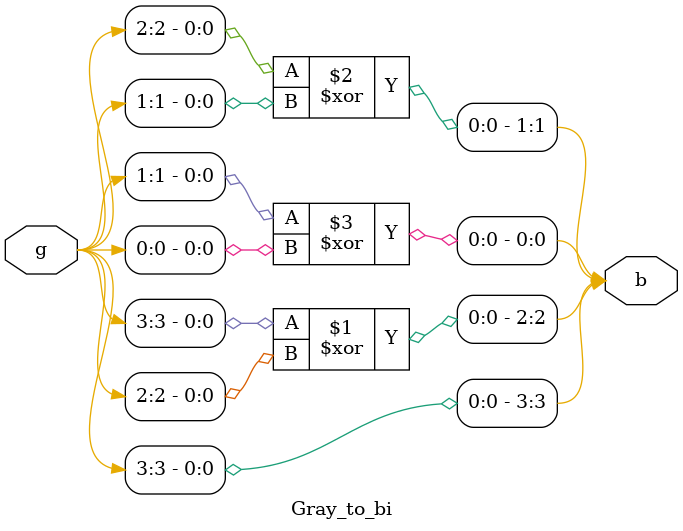
<source format=v>
`timescale 1ns / 1ps

module Gray_to_bi(
    input [3:0]g,
    output [3:0]b
    );
    
    assign b[3]=g[3];
    assign b[2]=g[3]^g[2];
    assign b[1]=g[2]^g[1];
    assign b[0]=g[1]^g[0];
endmodule

</source>
